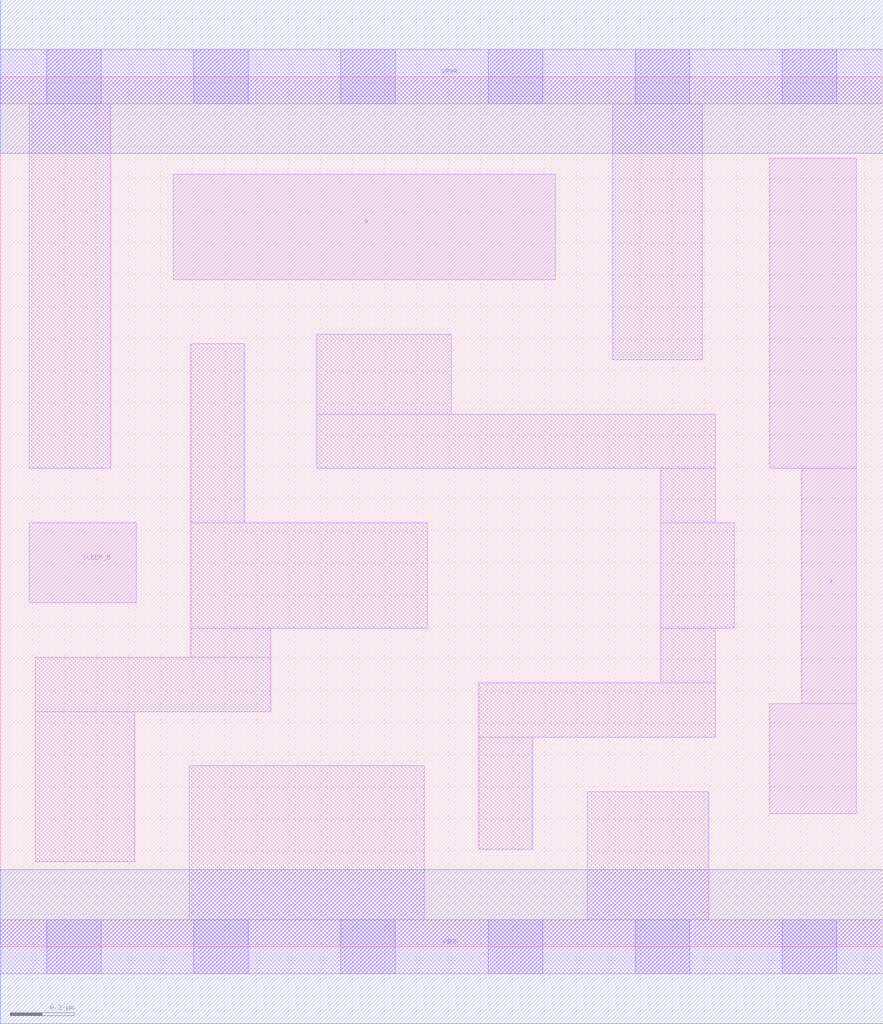
<source format=lef>
# Copyright 2020 The SkyWater PDK Authors
#
# Licensed under the Apache License, Version 2.0 (the "License");
# you may not use this file except in compliance with the License.
# You may obtain a copy of the License at
#
#     https://www.apache.org/licenses/LICENSE-2.0
#
# Unless required by applicable law or agreed to in writing, software
# distributed under the License is distributed on an "AS IS" BASIS,
# WITHOUT WARRANTIES OR CONDITIONS OF ANY KIND, either express or implied.
# See the License for the specific language governing permissions and
# limitations under the License.
#
# SPDX-License-Identifier: Apache-2.0

VERSION 5.7 ;
  NAMESCASESENSITIVE ON ;
  NOWIREEXTENSIONATPIN ON ;
  DIVIDERCHAR "/" ;
  BUSBITCHARS "[]" ;
UNITS
  DATABASE MICRONS 200 ;
END UNITS
MACRO sky130_fd_sc_hd__lpflow_inputiso1n_1
  CLASS CORE ;
  SOURCE USER ;
  FOREIGN sky130_fd_sc_hd__lpflow_inputiso1n_1 ;
  ORIGIN  0.000000  0.000000 ;
  SIZE  2.760000 BY  2.720000 ;
  SYMMETRY X Y R90 ;
  SITE unithd ;
  PIN A
    ANTENNAGATEAREA  0.126000 ;
    DIRECTION INPUT ;
    USE SIGNAL ;
    PORT
      LAYER li1 ;
        RECT 0.540000 2.085000 1.735000 2.415000 ;
    END
  END A
  PIN SLEEP_B
    ANTENNAGATEAREA  0.126000 ;
    DIRECTION INPUT ;
    USE SIGNAL ;
    PORT
      LAYER li1 ;
        RECT 0.090000 1.075000 0.425000 1.325000 ;
    END
  END SLEEP_B
  PIN X
    ANTENNADIFFAREA  0.445500 ;
    DIRECTION OUTPUT ;
    USE SIGNAL ;
    PORT
      LAYER li1 ;
        RECT 2.405000 0.415000 2.675000 0.760000 ;
        RECT 2.405000 1.495000 2.675000 2.465000 ;
        RECT 2.505000 0.760000 2.675000 1.495000 ;
    END
  END X
  PIN VGND
    DIRECTION INOUT ;
    SHAPE ABUTMENT ;
    USE GROUND ;
    PORT
      LAYER met1 ;
        RECT 0.000000 -0.240000 2.760000 0.240000 ;
    END
  END VGND
  PIN VPWR
    DIRECTION INOUT ;
    SHAPE ABUTMENT ;
    USE POWER ;
    PORT
      LAYER met1 ;
        RECT 0.000000 2.480000 2.760000 2.960000 ;
    END
  END VPWR
  OBS
    LAYER li1 ;
      RECT 0.000000 -0.085000 2.760000 0.085000 ;
      RECT 0.000000  2.635000 2.760000 2.805000 ;
      RECT 0.090000  1.495000 0.345000 2.635000 ;
      RECT 0.110000  0.265000 0.420000 0.735000 ;
      RECT 0.110000  0.735000 0.845000 0.905000 ;
      RECT 0.590000  0.085000 1.325000 0.565000 ;
      RECT 0.595000  0.905000 0.845000 0.995000 ;
      RECT 0.595000  0.995000 1.335000 1.325000 ;
      RECT 0.595000  1.325000 0.765000 1.885000 ;
      RECT 0.990000  1.495000 2.235000 1.665000 ;
      RECT 0.990000  1.665000 1.410000 1.915000 ;
      RECT 1.495000  0.305000 1.665000 0.655000 ;
      RECT 1.495000  0.655000 2.235000 0.825000 ;
      RECT 1.835000  0.085000 2.215000 0.485000 ;
      RECT 1.915000  1.835000 2.195000 2.635000 ;
      RECT 2.065000  0.825000 2.235000 0.995000 ;
      RECT 2.065000  0.995000 2.295000 1.325000 ;
      RECT 2.065000  1.325000 2.235000 1.495000 ;
    LAYER mcon ;
      RECT 0.145000 -0.085000 0.315000 0.085000 ;
      RECT 0.145000  2.635000 0.315000 2.805000 ;
      RECT 0.605000 -0.085000 0.775000 0.085000 ;
      RECT 0.605000  2.635000 0.775000 2.805000 ;
      RECT 1.065000 -0.085000 1.235000 0.085000 ;
      RECT 1.065000  2.635000 1.235000 2.805000 ;
      RECT 1.525000 -0.085000 1.695000 0.085000 ;
      RECT 1.525000  2.635000 1.695000 2.805000 ;
      RECT 1.985000 -0.085000 2.155000 0.085000 ;
      RECT 1.985000  2.635000 2.155000 2.805000 ;
      RECT 2.445000 -0.085000 2.615000 0.085000 ;
      RECT 2.445000  2.635000 2.615000 2.805000 ;
  END
END sky130_fd_sc_hd__lpflow_inputiso1n_1

</source>
